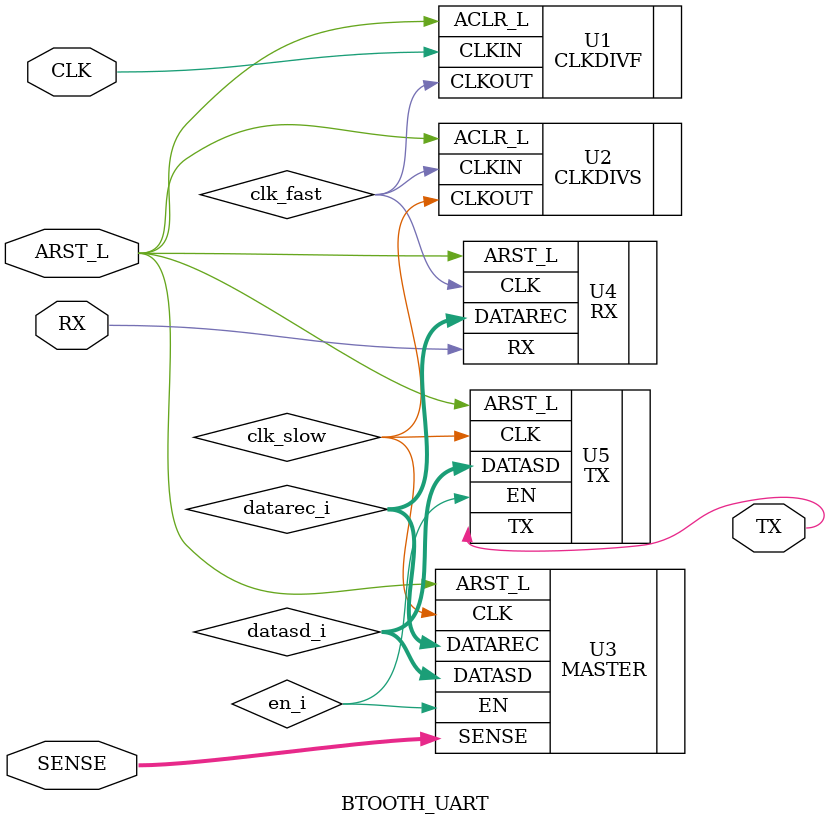
<source format=v>
`timescale 1ns / 1ps


module BTOOTH_UART(RX, TX, CLK, SENSE, ARST_L);
input RX, CLK, ARST_L;
input[7:0] SENSE;
output TX;
//output[9:0] LED;

wire clk_fast, clk_slow, en_i;
wire[7:0] datarec_i;
wire[9:0] datasd_i;
CLKDIVF U1(.CLKIN(CLK), .ACLR_L(ARST_L), .CLKOUT(clk_fast));
CLKDIVS U2(.CLKIN(clk_fast), .ACLR_L(ARST_L), .CLKOUT(clk_slow));
MASTER U3(.DATAREC(datarec_i), .SENSE(SENSE), .CLK(clk_slow), .ARST_L(ARST_L), .EN(en_i), .DATASD(datasd_i));
RX U4(.RX(RX), .CLK(clk_fast), .ARST_L(ARST_L), .DATAREC(datarec_i));
TX U5(.DATASD(datasd_i), .CLK(clk_slow), .ARST_L(ARST_L), .EN(en_i), .TX(TX));
endmodule

</source>
